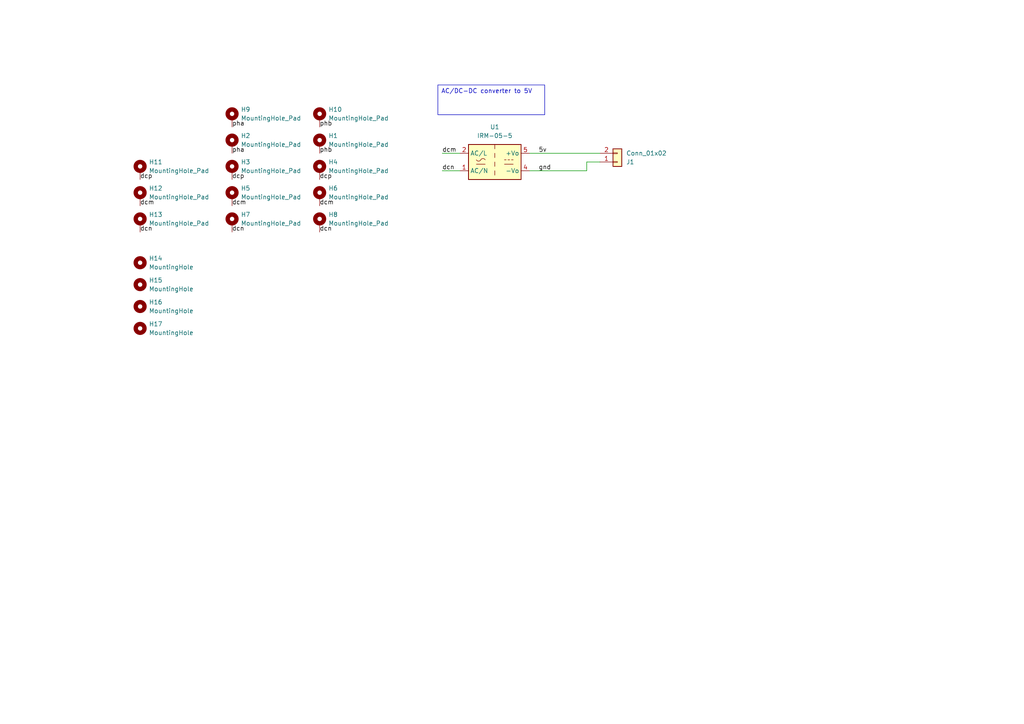
<source format=kicad_sch>
(kicad_sch (version 20231120) (generator "eeschema") (generator_version "8.0")
  (paper "A4")
  (title_block (title "Backplane DC-link") (date "2024-12-11") (rev "1.0") (company "Dr.-Ing. Alan H. Wilson Veas") (comment 1 "AHWV"))
  (lib_symbols
    (symbol "Connector_Generic:Conn_01x02" (pin_names (offset 1.016) hide)
      (property "Reference" "J" (at 0 2.54 0))
      (property "Value" "Conn_01x02" (at 0 -5.08 0))
      (symbol "Conn_01x02_1_1"
        (rectangle (start -1.27 -2.413) (end 0 -2.667) (stroke (width 0.1524)))
        (rectangle (start -1.27 0.127) (end 0 -0.127) (stroke (width 0.1524)))
        (rectangle (start -1.27 1.27) (end 1.27 -3.81) (stroke (width 0.254)) (fill (type background)))
        (pin passive line (at -5.08 0 0) (length 3.81) (name "Pin_1") (number "1"))
        (pin passive line (at -5.08 -2.54 0) (length 3.81) (name "Pin_2") (number "2"))
      )
    )
    (symbol "Mechanical:MountingHole" (pin_names (offset 1.016)) (exclude_from_sim yes) (in_bom no)
      (property "Reference" "H" (at 0 5.08 0))
      (property "Value" "MountingHole" (at 0 3.175 0))
      (symbol "MountingHole_0_1"
        (circle (center 0 0) (radius 1.27) (stroke (width 1.27)))
      )
    )
    (symbol "Mechanical:MountingHole_Pad" (pin_numbers hide) (pin_names (offset 1.016) hide) (exclude_from_sim yes) (in_bom no)
      (property "Reference" "H" (at 0 6.35 0))
      (property "Value" "MountingHole_Pad" (at 0 4.445 0))
      (symbol "MountingHole_Pad_0_1"
        (circle (center 0 1.27) (radius 1.27) (stroke (width 1.27)))
      )
      (symbol "MountingHole_Pad_1_1"
        (pin input line (at 0 -2.54 90) (length 2.54) (name "1") (number "1"))
      )
    )
    (symbol "My_Converter_ACDC:IRM-05-5"
      (property "Reference" "U" (at 0 0 0))
      (property "Value" "IRM-05-5" (at 0 0 0))
      (symbol "IRM-05-5_0_1"
        (rectangle (start -7.62 5.08) (end 7.62 -5.08) (stroke (width 0.254)) (fill (type background)))
        (arc (start -5.334 0.635) (mid -4.699 0.2495) (end -4.064 0.635))
        (arc (start -2.794 0.635) (mid -3.429 1.0072) (end -4.064 0.635))
        (polyline (pts (xy -5.334 -0.635) (xy -2.794 -0.635)))
        (polyline (pts (xy 0 -2.54) (xy 0 -3.81)))
        (polyline (pts (xy 0 0) (xy 0 -1.27)))
        (polyline (pts (xy 0 2.54) (xy 0 1.27)))
        (polyline (pts (xy 0 5.08) (xy 0 3.81)))
        (polyline (pts (xy 2.794 -0.635) (xy 5.334 -0.635)))
        (polyline (pts (xy 2.794 0.635) (xy 3.302 0.635)))
        (polyline (pts (xy 3.81 0.635) (xy 4.318 0.635)))
        (polyline (pts (xy 4.826 0.635) (xy 5.334 0.635)))
      )
      (symbol "IRM-05-5_1_1"
        (pin power_in line (at -10.16 -2.54 0) (length 2.54) (name "AC/N") (number "1"))
        (pin power_in line (at -10.16 2.54 0) (length 2.54) (name "AC/L") (number "2"))
        (pin no_connect line (at 7.62 0 180) (length 2.54) hide (name "NC") (number "3"))
        (pin power_out line (at 10.16 -2.54 180) (length 2.54) (name "-Vo") (number "4"))
        (pin power_out line (at 10.16 2.54 180) (length 2.54) (name "+Vo") (number "5"))
      )
    )
  )
  (wire (pts (xy 170.18 46.99) (xy 173.99 46.99)))
  (wire (pts (xy 128.27 49.53) (xy 133.35 49.53)))
  (wire (pts (xy 170.18 49.53) (xy 170.18 46.99)))
  (wire (pts (xy 153.67 44.45) (xy 173.99 44.45)))
  (wire (pts (xy 153.67 49.53) (xy 170.18 49.53)))
  (wire (pts (xy 128.27 44.45) (xy 133.35 44.45)))
  (text_box "AC/DC-DC converter to 5V" (at 127 24.638 0) (size 30.988 8.636) (effects (font (size 1.27 1.27)) (justify left top)))
  (label "dcn" (at 128.27 49.53 0))
  (label "dcp" (at 67.31 52.07 0))
  (label "dcm" (at 67.31 59.69 0))
  (label "dcm" (at 92.71 59.69 0))
  (label "gnd" (at 156.21 49.53 0))
  (label "dcn" (at 40.64 67.31 0))
  (label "5v" (at 156.21 44.45 0))
  (label "pha" (at 67.31 44.45 0))
  (label "phb" (at 92.71 44.45 0))
  (label "dcp" (at 40.64 52.07 0))
  (label "dcn" (at 67.31 67.31 0))
  (label "phb" (at 92.71 36.83 0))
  (label "dcm" (at 128.27 44.45 0))
  (label "dcm" (at 40.64 59.69 0))
  (label "dcp" (at 92.71 52.07 0))
  (label "dcn" (at 92.71 67.31 0))
  (label "pha" (at 67.31 36.83 0))
  (symbol (lib_id "Mechanical:MountingHole_Pad") (at 67.31 64.77 0) (unit 1) (exclude_from_sim yes) (in_bom no)
    (property "Reference" "H7" (at 69.85 62.2299 0) (effects (justify left)))
    (property "Value" "MountingHole_Pad" (at 69.85 64.7699 0) (effects (justify left)))
    (property "Footprint" "MountingHole:MountingHole_4.3mm_M4_DIN965_Pad" (effects (hide yes)))
    (property "Description" "Mounting Hole with connection" (effects (hide yes)))
  )
  (symbol (lib_id "My_Converter_ACDC:IRM-05-5") (at 143.51 46.99 0) (unit 1)
    (property "Reference" "U1" (at 143.51 36.83 0))
    (property "Value" "IRM-05-5" (at 143.51 39.37 0))
    (property "Footprint" "My_Converter_ACDC:IRM-05-5" (effects (hide yes)))
  )
  (symbol (lib_id "Mechanical:MountingHole") (at 40.64 88.9 0) (unit 1) (exclude_from_sim yes) (in_bom no)
    (property "Reference" "H16" (at 43.18 87.6299 0) (effects (justify left)))
    (property "Value" "MountingHole" (at 43.18 90.1699 0) (effects (justify left)))
    (property "Footprint" "MountingHole:MountingHole_2.7mm_M2.5" (effects (hide yes)))
    (property "Description" "Mounting Hole without connection" (effects (hide yes)))
  )
  (symbol (lib_id "Mechanical:MountingHole_Pad") (at 67.31 34.29 0) (unit 1) (exclude_from_sim yes) (in_bom no)
    (property "Reference" "H9" (at 69.85 31.7499 0) (effects (justify left)))
    (property "Value" "MountingHole_Pad" (at 69.85 34.2899 0) (effects (justify left)))
    (property "Footprint" "MountingHole:MountingHole_4.3mm_M4_DIN965_Pad" (effects (hide yes)))
    (property "Description" "Mounting Hole with connection" (effects (hide yes)))
  )
  (symbol (lib_id "Mechanical:MountingHole_Pad") (at 92.71 57.15 0) (unit 1) (exclude_from_sim yes) (in_bom no)
    (property "Reference" "H6" (at 95.25 54.6099 0) (effects (justify left)))
    (property "Value" "MountingHole_Pad" (at 95.25 57.1499 0) (effects (justify left)))
    (property "Footprint" "MountingHole:MountingHole_4.3mm_M4_DIN965_Pad" (effects (hide yes)))
    (property "Description" "Mounting Hole with connection" (effects (hide yes)))
  )
  (symbol (lib_id "Connector_Generic:Conn_01x02") (at 179.07 46.99 0) (mirror x) (unit 1)
    (property "Reference" "J1" (at 181.61 46.9901 0) (effects (justify left)))
    (property "Value" "Conn_01x02" (at 181.61 44.4501 0) (effects (justify left)))
    (property "Footprint" "Connector_Phoenix_SPT:PhoenixContact_SPT_1.5_2-H-3.5_1x02_P3.5mm_Horizontal" (effects (hide yes)))
    (property "Description" "Generic connector, single row, 01x02, script generated (kicad-library-utils/schlib/autogen/connector/)" (effects (hide yes)))
  )
  (symbol (lib_id "Mechanical:MountingHole_Pad") (at 92.71 49.53 0) (unit 1) (exclude_from_sim yes) (in_bom no)
    (property "Reference" "H4" (at 95.25 46.9899 0) (effects (justify left)))
    (property "Value" "MountingHole_Pad" (at 95.25 49.5299 0) (effects (justify left)))
    (property "Footprint" "MountingHole:MountingHole_4.3mm_M4_DIN965_Pad" (effects (hide yes)))
    (property "Description" "Mounting Hole with connection" (effects (hide yes)))
  )
  (symbol (lib_id "Mechanical:MountingHole_Pad") (at 67.31 57.15 0) (unit 1) (exclude_from_sim yes) (in_bom no)
    (property "Reference" "H5" (at 69.85 54.6099 0) (effects (justify left)))
    (property "Value" "MountingHole_Pad" (at 69.85 57.1499 0) (effects (justify left)))
    (property "Footprint" "MountingHole:MountingHole_4.3mm_M4_DIN965_Pad" (effects (hide yes)))
    (property "Description" "Mounting Hole with connection" (effects (hide yes)))
  )
  (symbol (lib_id "Mechanical:MountingHole_Pad") (at 67.31 49.53 0) (unit 1) (exclude_from_sim yes) (in_bom no)
    (property "Reference" "H3" (at 69.85 46.9899 0) (effects (justify left)))
    (property "Value" "MountingHole_Pad" (at 69.85 49.5299 0) (effects (justify left)))
    (property "Footprint" "MountingHole:MountingHole_4.3mm_M4_DIN965_Pad" (effects (hide yes)))
    (property "Description" "Mounting Hole with connection" (effects (hide yes)))
  )
  (symbol (lib_id "Mechanical:MountingHole_Pad") (at 92.71 64.77 0) (unit 1) (exclude_from_sim yes) (in_bom no)
    (property "Reference" "H8" (at 95.25 62.2299 0) (effects (justify left)))
    (property "Value" "MountingHole_Pad" (at 95.25 64.7699 0) (effects (justify left)))
    (property "Footprint" "MountingHole:MountingHole_4.3mm_M4_DIN965_Pad" (effects (hide yes)))
    (property "Description" "Mounting Hole with connection" (effects (hide yes)))
  )
  (symbol (lib_id "Mechanical:MountingHole_Pad") (at 40.64 49.53 0) (unit 1) (exclude_from_sim yes) (in_bom no)
    (property "Reference" "H11" (at 43.18 46.9899 0) (effects (justify left)))
    (property "Value" "MountingHole_Pad" (at 43.18 49.5299 0) (effects (justify left)))
    (property "Footprint" "MountingHole:MountingHole_4.3mm_M4_DIN965_Pad" (effects (hide yes)))
    (property "Description" "Mounting Hole with connection" (effects (hide yes)))
  )
  (symbol (lib_id "Mechanical:MountingHole") (at 40.64 76.2 0) (unit 1) (exclude_from_sim yes) (in_bom no)
    (property "Reference" "H14" (at 43.18 74.9299 0) (effects (justify left)))
    (property "Value" "MountingHole" (at 43.18 77.4699 0) (effects (justify left)))
    (property "Footprint" "MountingHole:MountingHole_2.7mm_M2.5" (effects (hide yes)))
    (property "Description" "Mounting Hole without connection" (effects (hide yes)))
  )
  (symbol (lib_id "Mechanical:MountingHole") (at 40.64 95.25 0) (unit 1) (exclude_from_sim yes) (in_bom no)
    (property "Reference" "H17" (at 43.18 93.9799 0) (effects (justify left)))
    (property "Value" "MountingHole" (at 43.18 96.5199 0) (effects (justify left)))
    (property "Footprint" "MountingHole:MountingHole_2.7mm_M2.5" (effects (hide yes)))
    (property "Description" "Mounting Hole without connection" (effects (hide yes)))
  )
  (symbol (lib_id "Mechanical:MountingHole_Pad") (at 40.64 57.15 0) (unit 1) (exclude_from_sim yes) (in_bom no)
    (property "Reference" "H12" (at 43.18 54.6099 0) (effects (justify left)))
    (property "Value" "MountingHole_Pad" (at 43.18 57.1499 0) (effects (justify left)))
    (property "Footprint" "MountingHole:MountingHole_4.3mm_M4_DIN965_Pad" (effects (hide yes)))
    (property "Description" "Mounting Hole with connection" (effects (hide yes)))
  )
  (symbol (lib_id "Mechanical:MountingHole_Pad") (at 92.71 34.29 0) (unit 1) (exclude_from_sim yes) (in_bom no)
    (property "Reference" "H10" (at 95.25 31.7499 0) (effects (justify left)))
    (property "Value" "MountingHole_Pad" (at 95.25 34.2899 0) (effects (justify left)))
    (property "Footprint" "MountingHole:MountingHole_4.3mm_M4_DIN965_Pad" (effects (hide yes)))
    (property "Description" "Mounting Hole with connection" (effects (hide yes)))
  )
  (symbol (lib_id "Mechanical:MountingHole_Pad") (at 67.31 41.91 0) (unit 1) (exclude_from_sim yes) (in_bom no)
    (property "Reference" "H2" (at 69.85 39.3699 0) (effects (justify left)))
    (property "Value" "MountingHole_Pad" (at 69.85 41.9099 0) (effects (justify left)))
    (property "Footprint" "MountingHole:MountingHole_4.3mm_M4_DIN965_Pad" (effects (hide yes)))
    (property "Description" "Mounting Hole with connection" (effects (hide yes)))
  )
  (symbol (lib_id "Mechanical:MountingHole") (at 40.64 82.55 0) (unit 1) (exclude_from_sim yes) (in_bom no)
    (property "Reference" "H15" (at 43.18 81.2799 0) (effects (justify left)))
    (property "Value" "MountingHole" (at 43.18 83.8199 0) (effects (justify left)))
    (property "Footprint" "MountingHole:MountingHole_2.7mm_M2.5" (effects (hide yes)))
    (property "Description" "Mounting Hole without connection" (effects (hide yes)))
  )
  (symbol (lib_id "Mechanical:MountingHole_Pad") (at 40.64 64.77 0) (unit 1) (exclude_from_sim yes) (in_bom no)
    (property "Reference" "H13" (at 43.18 62.2299 0) (effects (justify left)))
    (property "Value" "MountingHole_Pad" (at 43.18 64.7699 0) (effects (justify left)))
    (property "Footprint" "MountingHole:MountingHole_4.3mm_M4_DIN965_Pad" (effects (hide yes)))
    (property "Description" "Mounting Hole with connection" (effects (hide yes)))
  )
  (symbol (lib_id "Mechanical:MountingHole_Pad") (at 92.71 41.91 0) (unit 1) (exclude_from_sim yes) (in_bom no)
    (property "Reference" "H1" (at 95.25 39.3699 0) (effects (justify left)))
    (property "Value" "MountingHole_Pad" (at 95.25 41.9099 0) (effects (justify left)))
    (property "Footprint" "MountingHole:MountingHole_4.3mm_M4_DIN965_Pad" (effects (hide yes)))
    (property "Description" "Mounting Hole with connection" (effects (hide yes)))
  )
)
</source>
